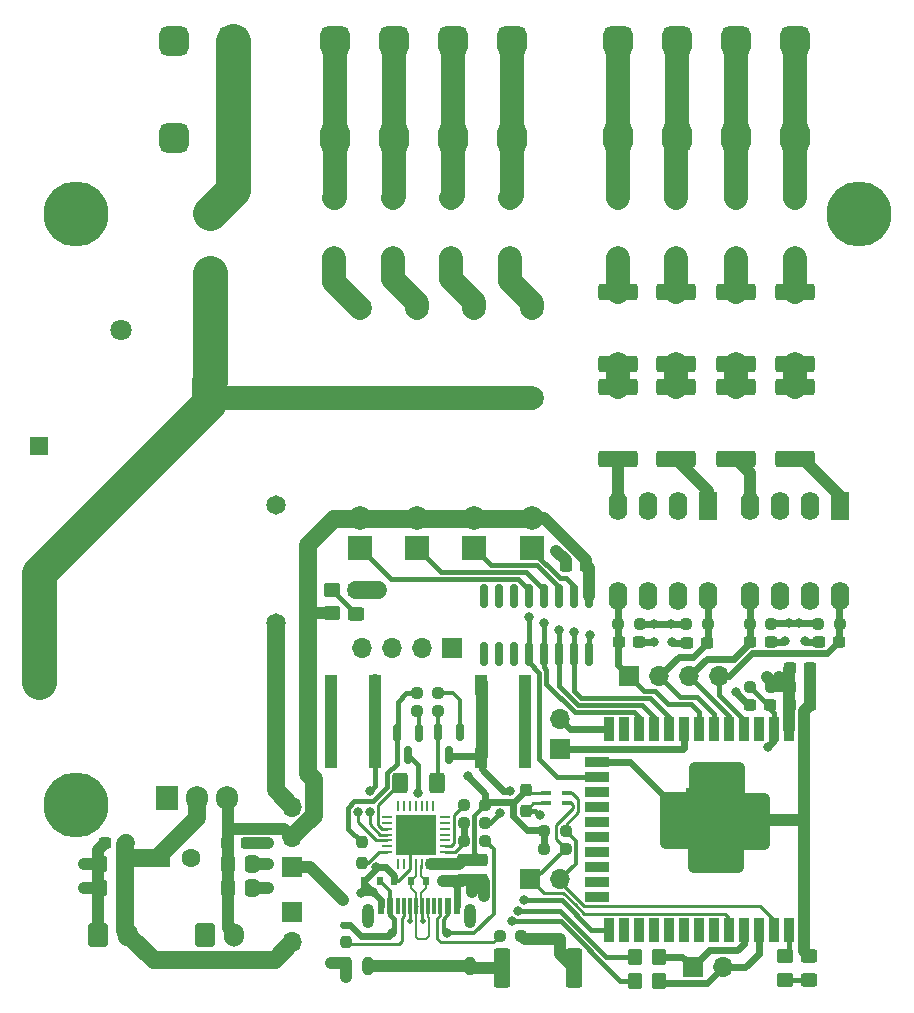
<source format=gtl>
G04 #@! TF.GenerationSoftware,KiCad,Pcbnew,(6.0.5)*
G04 #@! TF.CreationDate,2022-09-21T22:31:06+02:00*
G04 #@! TF.ProjectId,hamodule,68616d6f-6475-46c6-952e-6b696361645f,20220918.20*
G04 #@! TF.SameCoordinates,Original*
G04 #@! TF.FileFunction,Copper,L1,Top*
G04 #@! TF.FilePolarity,Positive*
%FSLAX46Y46*%
G04 Gerber Fmt 4.6, Leading zero omitted, Abs format (unit mm)*
G04 Created by KiCad (PCBNEW (6.0.5)) date 2022-09-21 22:31:06*
%MOMM*%
%LPD*%
G01*
G04 APERTURE LIST*
G04 Aperture macros list*
%AMRoundRect*
0 Rectangle with rounded corners*
0 $1 Rounding radius*
0 $2 $3 $4 $5 $6 $7 $8 $9 X,Y pos of 4 corners*
0 Add a 4 corners polygon primitive as box body*
4,1,4,$2,$3,$4,$5,$6,$7,$8,$9,$2,$3,0*
0 Add four circle primitives for the rounded corners*
1,1,$1+$1,$2,$3*
1,1,$1+$1,$4,$5*
1,1,$1+$1,$6,$7*
1,1,$1+$1,$8,$9*
0 Add four rect primitives between the rounded corners*
20,1,$1+$1,$2,$3,$4,$5,0*
20,1,$1+$1,$4,$5,$6,$7,0*
20,1,$1+$1,$6,$7,$8,$9,0*
20,1,$1+$1,$8,$9,$2,$3,0*%
G04 Aperture macros list end*
G04 #@! TA.AperFunction,ComponentPad*
%ADD10R,2.000000X2.000000*%
G04 #@! TD*
G04 #@! TA.AperFunction,ComponentPad*
%ADD11C,2.000000*%
G04 #@! TD*
G04 #@! TA.AperFunction,ComponentPad*
%ADD12R,1.700000X1.700000*%
G04 #@! TD*
G04 #@! TA.AperFunction,ComponentPad*
%ADD13O,1.700000X1.700000*%
G04 #@! TD*
G04 #@! TA.AperFunction,SMDPad,CuDef*
%ADD14RoundRect,0.249999X-1.425001X0.450001X-1.425001X-0.450001X1.425001X-0.450001X1.425001X0.450001X0*%
G04 #@! TD*
G04 #@! TA.AperFunction,ComponentPad*
%ADD15C,1.800000*%
G04 #@! TD*
G04 #@! TA.AperFunction,SMDPad,CuDef*
%ADD16RoundRect,0.250000X-0.450000X0.325000X-0.450000X-0.325000X0.450000X-0.325000X0.450000X0.325000X0*%
G04 #@! TD*
G04 #@! TA.AperFunction,SMDPad,CuDef*
%ADD17RoundRect,0.250000X-0.450000X0.350000X-0.450000X-0.350000X0.450000X-0.350000X0.450000X0.350000X0*%
G04 #@! TD*
G04 #@! TA.AperFunction,ComponentPad*
%ADD18RoundRect,0.250000X-0.600000X-0.750000X0.600000X-0.750000X0.600000X0.750000X-0.600000X0.750000X0*%
G04 #@! TD*
G04 #@! TA.AperFunction,ComponentPad*
%ADD19O,1.700000X2.000000*%
G04 #@! TD*
G04 #@! TA.AperFunction,SMDPad,CuDef*
%ADD20RoundRect,0.237500X0.300000X0.237500X-0.300000X0.237500X-0.300000X-0.237500X0.300000X-0.237500X0*%
G04 #@! TD*
G04 #@! TA.AperFunction,SMDPad,CuDef*
%ADD21RoundRect,0.250000X-0.337500X-0.475000X0.337500X-0.475000X0.337500X0.475000X-0.337500X0.475000X0*%
G04 #@! TD*
G04 #@! TA.AperFunction,ComponentPad*
%ADD22R,1.650000X1.650000*%
G04 #@! TD*
G04 #@! TA.AperFunction,ComponentPad*
%ADD23C,1.650000*%
G04 #@! TD*
G04 #@! TA.AperFunction,ComponentPad*
%ADD24R,1.905000X2.000000*%
G04 #@! TD*
G04 #@! TA.AperFunction,ComponentPad*
%ADD25O,1.905000X2.000000*%
G04 #@! TD*
G04 #@! TA.AperFunction,ComponentPad*
%ADD26RoundRect,0.625000X0.625000X0.625000X-0.625000X0.625000X-0.625000X-0.625000X0.625000X-0.625000X0*%
G04 #@! TD*
G04 #@! TA.AperFunction,ComponentPad*
%ADD27C,5.500000*%
G04 #@! TD*
G04 #@! TA.AperFunction,SMDPad,CuDef*
%ADD28RoundRect,0.150000X0.150000X-0.825000X0.150000X0.825000X-0.150000X0.825000X-0.150000X-0.825000X0*%
G04 #@! TD*
G04 #@! TA.AperFunction,ComponentPad*
%ADD29R,1.600000X2.400000*%
G04 #@! TD*
G04 #@! TA.AperFunction,ComponentPad*
%ADD30O,1.600000X2.400000*%
G04 #@! TD*
G04 #@! TA.AperFunction,SMDPad,CuDef*
%ADD31RoundRect,0.237500X-0.250000X-0.237500X0.250000X-0.237500X0.250000X0.237500X-0.250000X0.237500X0*%
G04 #@! TD*
G04 #@! TA.AperFunction,SMDPad,CuDef*
%ADD32RoundRect,0.237500X-0.300000X-0.237500X0.300000X-0.237500X0.300000X0.237500X-0.300000X0.237500X0*%
G04 #@! TD*
G04 #@! TA.AperFunction,SMDPad,CuDef*
%ADD33RoundRect,0.150000X-0.150000X0.587500X-0.150000X-0.587500X0.150000X-0.587500X0.150000X0.587500X0*%
G04 #@! TD*
G04 #@! TA.AperFunction,SMDPad,CuDef*
%ADD34RoundRect,0.237500X0.250000X0.237500X-0.250000X0.237500X-0.250000X-0.237500X0.250000X-0.237500X0*%
G04 #@! TD*
G04 #@! TA.AperFunction,SMDPad,CuDef*
%ADD35R,0.600000X0.700000*%
G04 #@! TD*
G04 #@! TA.AperFunction,SMDPad,CuDef*
%ADD36R,1.100000X1.800000*%
G04 #@! TD*
G04 #@! TA.AperFunction,SMDPad,CuDef*
%ADD37RoundRect,0.237500X-0.237500X0.300000X-0.237500X-0.300000X0.237500X-0.300000X0.237500X0.300000X0*%
G04 #@! TD*
G04 #@! TA.AperFunction,SMDPad,CuDef*
%ADD38RoundRect,0.237500X-0.237500X0.250000X-0.237500X-0.250000X0.237500X-0.250000X0.237500X0.250000X0*%
G04 #@! TD*
G04 #@! TA.AperFunction,SMDPad,CuDef*
%ADD39R,0.450000X0.600000*%
G04 #@! TD*
G04 #@! TA.AperFunction,SMDPad,CuDef*
%ADD40R,0.900000X2.000000*%
G04 #@! TD*
G04 #@! TA.AperFunction,SMDPad,CuDef*
%ADD41R,2.000000X0.900000*%
G04 #@! TD*
G04 #@! TA.AperFunction,SMDPad,CuDef*
%ADD42R,5.000000X5.000000*%
G04 #@! TD*
G04 #@! TA.AperFunction,SMDPad,CuDef*
%ADD43RoundRect,0.250000X0.400000X0.625000X-0.400000X0.625000X-0.400000X-0.625000X0.400000X-0.625000X0*%
G04 #@! TD*
G04 #@! TA.AperFunction,SMDPad,CuDef*
%ADD44RoundRect,0.250000X0.350000X0.450000X-0.350000X0.450000X-0.350000X-0.450000X0.350000X-0.450000X0*%
G04 #@! TD*
G04 #@! TA.AperFunction,SMDPad,CuDef*
%ADD45RoundRect,0.062500X0.062500X-0.337500X0.062500X0.337500X-0.062500X0.337500X-0.062500X-0.337500X0*%
G04 #@! TD*
G04 #@! TA.AperFunction,SMDPad,CuDef*
%ADD46RoundRect,0.062500X0.337500X-0.062500X0.337500X0.062500X-0.337500X0.062500X-0.337500X-0.062500X0*%
G04 #@! TD*
G04 #@! TA.AperFunction,SMDPad,CuDef*
%ADD47R,3.350000X3.350000*%
G04 #@! TD*
G04 #@! TA.AperFunction,SMDPad,CuDef*
%ADD48RoundRect,0.250000X0.337500X0.475000X-0.337500X0.475000X-0.337500X-0.475000X0.337500X-0.475000X0*%
G04 #@! TD*
G04 #@! TA.AperFunction,SMDPad,CuDef*
%ADD49R,0.600000X1.450000*%
G04 #@! TD*
G04 #@! TA.AperFunction,SMDPad,CuDef*
%ADD50R,0.300000X1.450000*%
G04 #@! TD*
G04 #@! TA.AperFunction,ComponentPad*
%ADD51O,1.000000X2.100000*%
G04 #@! TD*
G04 #@! TA.AperFunction,ComponentPad*
%ADD52O,1.000000X1.600000*%
G04 #@! TD*
G04 #@! TA.AperFunction,SMDPad,CuDef*
%ADD53RoundRect,0.249999X-0.450001X-1.425001X0.450001X-1.425001X0.450001X1.425001X-0.450001X1.425001X0*%
G04 #@! TD*
G04 #@! TA.AperFunction,SMDPad,CuDef*
%ADD54R,0.820000X0.304800*%
G04 #@! TD*
G04 #@! TA.AperFunction,SMDPad,CuDef*
%ADD55R,0.820000X0.308800*%
G04 #@! TD*
G04 #@! TA.AperFunction,ComponentPad*
%ADD56R,1.600000X1.600000*%
G04 #@! TD*
G04 #@! TA.AperFunction,ComponentPad*
%ADD57C,1.600000*%
G04 #@! TD*
G04 #@! TA.AperFunction,SMDPad,CuDef*
%ADD58RoundRect,0.250000X0.450000X-0.350000X0.450000X0.350000X-0.450000X0.350000X-0.450000X-0.350000X0*%
G04 #@! TD*
G04 #@! TA.AperFunction,ViaPad*
%ADD59C,0.800000*%
G04 #@! TD*
G04 #@! TA.AperFunction,ViaPad*
%ADD60C,0.500000*%
G04 #@! TD*
G04 #@! TA.AperFunction,Conductor*
%ADD61C,2.000000*%
G04 #@! TD*
G04 #@! TA.AperFunction,Conductor*
%ADD62C,1.000000*%
G04 #@! TD*
G04 #@! TA.AperFunction,Conductor*
%ADD63C,0.400000*%
G04 #@! TD*
G04 #@! TA.AperFunction,Conductor*
%ADD64C,3.000000*%
G04 #@! TD*
G04 #@! TA.AperFunction,Conductor*
%ADD65C,1.500000*%
G04 #@! TD*
G04 #@! TA.AperFunction,Conductor*
%ADD66C,0.600000*%
G04 #@! TD*
G04 #@! TA.AperFunction,Conductor*
%ADD67C,0.250000*%
G04 #@! TD*
G04 #@! TA.AperFunction,Conductor*
%ADD68C,0.350000*%
G04 #@! TD*
G04 #@! TA.AperFunction,Conductor*
%ADD69C,0.200000*%
G04 #@! TD*
G04 APERTURE END LIST*
D10*
X76581000Y-77470000D03*
D11*
X76581000Y-74930000D03*
X76581000Y-64770000D03*
X76581000Y-57150000D03*
D10*
X71628000Y-77470000D03*
D11*
X71628000Y-74930000D03*
X71628000Y-64770000D03*
X71628000Y-57150000D03*
D10*
X66802000Y-77470000D03*
D11*
X66802000Y-74930000D03*
X66802000Y-64770000D03*
X66802000Y-57150000D03*
D10*
X61976000Y-77470000D03*
D11*
X61976000Y-74930000D03*
X61976000Y-64770000D03*
X61976000Y-57150000D03*
D12*
X56261500Y-108343700D03*
D13*
X56261500Y-110883700D03*
D14*
X83820500Y-55791100D03*
X83820500Y-61891100D03*
X88773500Y-55791100D03*
X88773500Y-61891100D03*
D15*
X41703800Y-59011450D03*
X49203800Y-60644780D03*
D14*
X88773500Y-63842900D03*
X88773500Y-69942900D03*
X83820500Y-63842900D03*
X83820500Y-69942900D03*
D16*
X61659000Y-81008000D03*
X61659000Y-83058000D03*
D17*
X59576200Y-81026000D03*
X59576200Y-83026000D03*
D18*
X48832000Y-110219000D03*
D19*
X51332000Y-110219000D03*
D20*
X42137500Y-102489000D03*
X40412500Y-102489000D03*
D21*
X50778500Y-106299000D03*
X52853500Y-106299000D03*
D20*
X81126500Y-78994000D03*
X79401500Y-78994000D03*
D22*
X34839100Y-68805000D03*
D23*
X34839100Y-88805000D03*
X54839100Y-83805000D03*
X54839100Y-73805000D03*
D24*
X45657000Y-98679000D03*
D25*
X48197000Y-98679000D03*
X50737000Y-98679000D03*
D26*
X74849500Y-42758500D03*
X74849500Y-34558501D03*
X69849500Y-42758500D03*
X69849500Y-34558501D03*
X64849500Y-42758500D03*
X64849500Y-34558501D03*
X59849500Y-42758500D03*
X59849500Y-34558501D03*
X46203100Y-34582100D03*
X46203100Y-42782099D03*
X51203100Y-34582100D03*
X51203100Y-42782099D03*
X98809500Y-42718499D03*
X98809500Y-34518500D03*
X93809500Y-42718499D03*
X93809500Y-34518500D03*
X88809500Y-42718499D03*
X88809500Y-34518500D03*
X83809500Y-42718499D03*
X83809500Y-34518500D03*
D11*
X49249500Y-49088500D03*
X49239500Y-54168500D03*
D27*
X104267500Y-49212500D03*
X37973500Y-49212500D03*
D28*
X72454000Y-86484000D03*
X73724000Y-86484000D03*
X74994000Y-86484000D03*
X76264000Y-86484000D03*
X77534000Y-86484000D03*
X78804000Y-86484000D03*
X80074000Y-86484000D03*
X81344000Y-86484000D03*
X81344000Y-81534000D03*
X80074000Y-81534000D03*
X78804000Y-81534000D03*
X77534000Y-81534000D03*
X76264000Y-81534000D03*
X74994000Y-81534000D03*
X73724000Y-81534000D03*
X72454000Y-81534000D03*
D14*
X98831900Y-63842900D03*
X98831900Y-69942900D03*
X93802700Y-55791100D03*
X93802700Y-61891100D03*
X98831900Y-55791100D03*
X98831900Y-61891100D03*
D29*
X91454274Y-73923320D03*
D30*
X88914274Y-73923320D03*
X86374274Y-73923320D03*
X83834274Y-73923320D03*
X83834274Y-81543320D03*
X86374274Y-81543320D03*
X88914274Y-81543320D03*
X91454274Y-81543320D03*
D29*
X102630274Y-73923320D03*
D30*
X100090274Y-73923320D03*
X97550274Y-73923320D03*
X95010274Y-73923320D03*
X95010274Y-81543320D03*
X97550274Y-81543320D03*
X100090274Y-81543320D03*
X102630274Y-81543320D03*
D14*
X93802700Y-63842900D03*
X93802700Y-69942900D03*
D31*
X94959000Y-89217500D03*
X96784000Y-89217500D03*
D32*
X98362000Y-87677000D03*
X100087000Y-87677000D03*
D20*
X96721500Y-90741500D03*
X94996500Y-90741500D03*
D33*
X70449500Y-93103500D03*
X68549500Y-93103500D03*
X69499500Y-94978500D03*
D31*
X66774500Y-91318500D03*
X68599500Y-91318500D03*
D34*
X68599500Y-89788500D03*
X66774500Y-89788500D03*
D35*
X63686000Y-105705900D03*
X62286000Y-105705900D03*
D18*
X39835000Y-110219000D03*
D19*
X42335000Y-110219000D03*
D36*
X72255000Y-95302000D03*
X72255000Y-89102000D03*
X75955000Y-89102000D03*
X75955000Y-95302000D03*
X63253000Y-95302000D03*
X63253000Y-89102000D03*
X59553000Y-89102000D03*
X59553000Y-95302000D03*
D37*
X70677900Y-103883300D03*
X70677900Y-105608300D03*
D31*
X70768500Y-99215900D03*
X72593500Y-99215900D03*
D34*
X72593500Y-102263900D03*
X70768500Y-102263900D03*
D31*
X70768500Y-100739900D03*
X72593500Y-100739900D03*
D37*
X72277900Y-103889800D03*
X72277900Y-105614800D03*
D38*
X62109500Y-102358000D03*
X62109500Y-104183000D03*
D39*
X60579500Y-107319100D03*
X60579500Y-109419100D03*
D35*
X66286000Y-105705900D03*
X64886000Y-105705900D03*
X67596000Y-105705900D03*
X68996000Y-105705900D03*
D40*
X99568500Y-92791500D03*
X98298500Y-92791500D03*
X97028500Y-92791500D03*
X95758500Y-92791500D03*
X94488500Y-92791500D03*
X93218500Y-92791500D03*
X91948500Y-92791500D03*
X90678500Y-92791500D03*
X89408500Y-92791500D03*
X88138500Y-92791500D03*
X86868500Y-92791500D03*
X85598500Y-92791500D03*
X84328500Y-92791500D03*
X83058500Y-92791500D03*
D41*
X82058500Y-95576500D03*
X82058500Y-96846500D03*
X82058500Y-98116500D03*
X82058500Y-99386500D03*
X82058500Y-100656500D03*
X82058500Y-101926500D03*
X82058500Y-103196500D03*
X82058500Y-104466500D03*
X82058500Y-105736500D03*
X82058500Y-107006500D03*
D40*
X83058500Y-109791500D03*
X84328500Y-109791500D03*
X85598500Y-109791500D03*
X86868500Y-109791500D03*
X88138500Y-109791500D03*
X89408500Y-109791500D03*
X90678500Y-109791500D03*
X91948500Y-109791500D03*
X93218500Y-109791500D03*
X94488500Y-109791500D03*
X95758500Y-109791500D03*
X97028500Y-109791500D03*
X98298500Y-109791500D03*
X99568500Y-109791500D03*
D42*
X92068500Y-100291500D03*
D33*
X66989500Y-93113500D03*
X65089500Y-93113500D03*
X66039500Y-94988500D03*
D12*
X84783000Y-88341600D03*
D13*
X87323000Y-88341600D03*
X89863000Y-88341600D03*
X92403000Y-88341600D03*
D12*
X90145100Y-112966500D03*
D13*
X92685100Y-112966500D03*
D43*
X68482000Y-97380500D03*
X65382000Y-97380500D03*
D44*
X87281000Y-114109500D03*
X85281000Y-114109500D03*
X87281000Y-112077500D03*
X85281000Y-112077500D03*
D45*
X65186000Y-104195900D03*
X65686000Y-104195900D03*
X66186000Y-104195900D03*
X66686000Y-104195900D03*
X67186000Y-104195900D03*
X67686000Y-104195900D03*
X68186000Y-104195900D03*
D46*
X69136000Y-103245900D03*
X69136000Y-102745900D03*
X69136000Y-102245900D03*
X69136000Y-101745900D03*
X69136000Y-101245900D03*
X69136000Y-100745900D03*
X69136000Y-100245900D03*
D45*
X68186000Y-99295900D03*
X67686000Y-99295900D03*
X67186000Y-99295900D03*
X66686000Y-99295900D03*
X66186000Y-99295900D03*
X65686000Y-99295900D03*
X65186000Y-99295900D03*
D46*
X64236000Y-100245900D03*
X64236000Y-100745900D03*
X64236000Y-101245900D03*
X64236000Y-101745900D03*
X64236000Y-102245900D03*
X64236000Y-102745900D03*
X64236000Y-103245900D03*
D47*
X66686000Y-101745900D03*
D32*
X98351500Y-90741500D03*
X100076500Y-90741500D03*
D12*
X56261500Y-104470200D03*
D13*
X56261500Y-101930200D03*
X56261500Y-99390200D03*
D37*
X75999500Y-97991100D03*
X75999500Y-99716100D03*
D31*
X73799500Y-110318500D03*
X75624500Y-110318500D03*
X94987600Y-83896200D03*
X96812600Y-83896200D03*
D12*
X78880200Y-94462600D03*
D13*
X78880200Y-91922600D03*
D15*
X88773500Y-52895500D03*
X88773500Y-47815500D03*
D31*
X83860500Y-83896200D03*
X85685500Y-83896200D03*
D15*
X98831900Y-52895500D03*
X98831900Y-47815500D03*
D12*
X76403700Y-105524300D03*
D13*
X78943700Y-105524300D03*
D16*
X100013000Y-112022500D03*
X100013000Y-114072500D03*
D15*
X74690000Y-52959000D03*
X74690000Y-47879000D03*
D48*
X42058500Y-104267000D03*
X39983500Y-104267000D03*
D49*
X63726000Y-107760900D03*
X64526000Y-107760900D03*
D50*
X65726000Y-107760900D03*
X66726000Y-107760900D03*
X67226000Y-107760900D03*
X68226000Y-107760900D03*
D49*
X69426000Y-107760900D03*
X70226000Y-107760900D03*
X70226000Y-107760900D03*
X69426000Y-107760900D03*
D50*
X68726000Y-107760900D03*
X67726000Y-107760900D03*
X66226000Y-107760900D03*
X65226000Y-107760900D03*
D49*
X64526000Y-107760900D03*
X63726000Y-107760900D03*
D51*
X71296000Y-108675900D03*
D52*
X62656000Y-112855900D03*
D51*
X62656000Y-108675900D03*
D52*
X71296000Y-112855900D03*
D31*
X100778800Y-83896200D03*
X102603800Y-83896200D03*
D32*
X95034600Y-85420200D03*
X96759600Y-85420200D03*
X89652000Y-85521800D03*
X91377000Y-85521800D03*
X50699500Y-102489000D03*
X52424500Y-102489000D03*
D15*
X93802700Y-52895500D03*
X93802700Y-47815500D03*
D20*
X102550800Y-85420200D03*
X100825800Y-85420200D03*
D15*
X64770000Y-52959000D03*
X64770000Y-47879000D03*
D53*
X74029500Y-113048500D03*
X80129500Y-113048500D03*
D54*
X79463000Y-99066900D03*
D55*
X79463000Y-98256100D03*
X77743000Y-98256100D03*
D54*
X77743000Y-99066900D03*
D31*
X77572100Y-101409500D03*
X79397100Y-101409500D03*
D48*
X42058500Y-106299000D03*
X39983500Y-106299000D03*
D56*
X45149000Y-103759000D03*
D57*
X47649000Y-103759000D03*
D15*
X83795100Y-52895500D03*
X83795100Y-47815500D03*
D32*
X98362000Y-89217500D03*
X100087000Y-89217500D03*
D21*
X50778500Y-104267000D03*
X52853500Y-104267000D03*
D31*
X89600900Y-83947000D03*
X91425900Y-83947000D03*
X77572100Y-102933500D03*
X79397100Y-102933500D03*
D15*
X59817000Y-52959000D03*
X59817000Y-47879000D03*
D58*
X97981000Y-114047500D03*
X97981000Y-112047500D03*
D38*
X60789500Y-110818500D03*
X60789500Y-112643500D03*
D12*
X69787000Y-85979000D03*
D13*
X67247000Y-85979000D03*
X64707000Y-85979000D03*
X62167000Y-85979000D03*
D27*
X37973500Y-99212500D03*
D32*
X83909400Y-85420200D03*
X85634400Y-85420200D03*
D15*
X69690000Y-52959000D03*
X69690000Y-47879000D03*
D59*
X81423511Y-84883489D03*
X78613000Y-77724000D03*
X96457000Y-88392000D03*
X97434900Y-88392000D03*
X98374700Y-88392000D03*
X71088120Y-96819080D03*
X76264000Y-83312000D03*
X77534000Y-83820000D03*
X78804000Y-84455000D03*
X80074000Y-84582000D03*
X96539500Y-94328500D03*
X74663800Y-98018600D03*
D60*
X66206000Y-109029500D03*
X67310500Y-109029500D03*
D59*
X66893841Y-98219889D03*
X75895700Y-107302300D03*
X62788817Y-98094917D03*
X64686000Y-110105784D03*
X69303000Y-110105000D03*
X88875100Y-99656900D03*
X91110300Y-103517700D03*
X93040700Y-103517700D03*
X91262700Y-97116900D03*
X100063800Y-88392000D03*
X88329000Y-83947000D03*
X96203000Y-100571300D03*
X67819300Y-100661500D03*
X66629500Y-102908900D03*
X54229000Y-104267000D03*
X94103000Y-96075500D03*
X63059500Y-106648500D03*
X92203000Y-96075500D03*
X86906600Y-83896200D03*
X99149400Y-83845400D03*
X87884500Y-100545900D03*
X99632000Y-85344000D03*
X65489500Y-102908900D03*
X100087000Y-89916000D03*
X98285800Y-83845400D03*
X93790000Y-89662000D03*
X60809500Y-113808500D03*
X67809500Y-102978900D03*
X99559500Y-108148500D03*
X90221300Y-104457500D03*
X77203000Y-100105000D03*
X77915000Y-110617000D03*
X59553000Y-91112000D03*
X54229000Y-102489000D03*
X38608000Y-106299000D03*
X88430600Y-85420200D03*
X38608000Y-104267000D03*
X99568500Y-94449900D03*
X63487800Y-81026000D03*
X72441300Y-106921300D03*
X65499500Y-101804500D03*
X66625500Y-101779100D03*
X66625500Y-100661500D03*
X78931000Y-110617000D03*
X95303000Y-99631500D03*
X95303000Y-101505000D03*
X93193100Y-97116900D03*
X93980500Y-104457500D03*
X63315099Y-104513899D03*
X97981000Y-85344000D03*
X54229000Y-106299000D03*
X86906600Y-85420200D03*
X76899000Y-110617000D03*
X90303000Y-96075500D03*
X59553000Y-93017000D03*
X73803000Y-99905000D03*
X62027300Y-106667300D03*
X75883000Y-90932000D03*
X87884500Y-102425500D03*
X59529500Y-112638500D03*
X65507900Y-100686900D03*
X87884500Y-98666300D03*
X71476100Y-106616500D03*
X69724100Y-105705900D03*
X88875100Y-101536500D03*
X96203000Y-98705000D03*
X96203000Y-102505000D03*
X92100900Y-104457500D03*
X75969500Y-93395800D03*
X67793900Y-101753700D03*
X62786980Y-99818900D03*
X74879700Y-109105700D03*
X75362300Y-108216700D03*
X61769500Y-99810500D03*
D61*
X59817000Y-54991000D02*
X61976000Y-57150000D01*
X59817000Y-52959000D02*
X59817000Y-54991000D01*
X59849500Y-42758500D02*
X59849500Y-47846500D01*
X59849500Y-47846500D02*
X59817000Y-47879000D01*
X76581000Y-56769000D02*
X74690000Y-54878000D01*
X74690000Y-54878000D02*
X74690000Y-52959000D01*
X76581000Y-57150000D02*
X76581000Y-56769000D01*
X69690000Y-54707932D02*
X69690000Y-52959000D01*
X71628000Y-56645932D02*
X69690000Y-54707932D01*
X71628000Y-57150000D02*
X71628000Y-56645932D01*
X64770000Y-54737000D02*
X64770000Y-52959000D01*
X66802000Y-56769000D02*
X64770000Y-54737000D01*
X66802000Y-57150000D02*
X66802000Y-56769000D01*
X74849500Y-47719500D02*
X74690000Y-47879000D01*
X74849500Y-42758500D02*
X74849500Y-47719500D01*
X69849500Y-47719500D02*
X69690000Y-47879000D01*
X69849500Y-42758500D02*
X69849500Y-47719500D01*
X64849500Y-47799500D02*
X64770000Y-47879000D01*
X64849500Y-42758500D02*
X64849500Y-47799500D01*
D62*
X77515378Y-74930000D02*
X76581000Y-74930000D01*
X81126500Y-78541122D02*
X77515378Y-74930000D01*
X81126500Y-78994000D02*
X81126500Y-78541122D01*
X79401500Y-78512500D02*
X78613000Y-77724000D01*
X79401500Y-78994000D02*
X79401500Y-78512500D01*
D63*
X81344000Y-86484000D02*
X81344000Y-84963000D01*
X81344000Y-84963000D02*
X81423511Y-84883489D01*
D62*
X81344000Y-79211500D02*
X81126500Y-78994000D01*
X81344000Y-81534000D02*
X81344000Y-79211500D01*
D64*
X34839100Y-88805000D02*
X34839100Y-79575700D01*
X49203800Y-65211000D02*
X49203800Y-63363800D01*
D61*
X49644800Y-64770000D02*
X76581000Y-64770000D01*
D64*
X49203800Y-63363800D02*
X49239500Y-63328100D01*
X49239500Y-63328100D02*
X49239500Y-54168500D01*
X34839100Y-79575700D02*
X49203800Y-65211000D01*
D65*
X49203800Y-65211000D02*
X49644800Y-64770000D01*
D62*
X50778500Y-104267000D02*
X50778500Y-109665500D01*
D65*
X59754000Y-75057000D02*
X61976000Y-75057000D01*
D62*
X57881000Y-83026000D02*
X57595000Y-83312000D01*
D65*
X57595000Y-77216000D02*
X59754000Y-75057000D01*
D62*
X50778500Y-101240500D02*
X55571800Y-101240500D01*
X50778500Y-104267000D02*
X50778500Y-101240500D01*
X55571800Y-101240500D02*
X56261500Y-101930200D01*
D65*
X58061011Y-97062211D02*
X57595000Y-96596200D01*
X61976000Y-75057000D02*
X76581000Y-75057000D01*
D62*
X50778500Y-109665500D02*
X51332000Y-110219000D01*
D65*
X58061011Y-100135583D02*
X58061011Y-97062211D01*
X57349797Y-100846797D02*
X58061011Y-100135583D01*
X56261500Y-101930200D02*
X57344903Y-100846797D01*
D62*
X50778500Y-98720500D02*
X50737000Y-98679000D01*
D65*
X57595000Y-83312000D02*
X57595000Y-77216000D01*
D62*
X50778500Y-101240500D02*
X50778500Y-98720500D01*
X59576200Y-83026000D02*
X57881000Y-83026000D01*
D65*
X57595000Y-96596200D02*
X57595000Y-83312000D01*
X57344903Y-100846797D02*
X57349797Y-100846797D01*
D66*
X74896111Y-100192514D02*
X76074997Y-101371400D01*
X72593500Y-99215900D02*
X72593500Y-98324460D01*
D67*
X72277900Y-103889800D02*
X71706480Y-103318380D01*
D62*
X96784000Y-88719000D02*
X96457000Y-88392000D01*
D66*
X72593500Y-98324460D02*
X71088120Y-96819080D01*
D62*
X97473000Y-89154000D02*
X96847500Y-89154000D01*
X98362000Y-89154000D02*
X97473000Y-89154000D01*
D66*
X74896111Y-99005489D02*
X74896111Y-100192514D01*
D67*
X76264500Y-98256100D02*
X75999500Y-97991100D01*
D68*
X71630520Y-100141380D02*
X72556000Y-99215900D01*
D67*
X71706480Y-100065420D02*
X72556000Y-99215900D01*
X71706480Y-103318380D02*
X71706480Y-100065420D01*
D66*
X74896111Y-99005489D02*
X74985111Y-99005489D01*
D68*
X71450200Y-103889800D02*
X71630520Y-103709480D01*
D67*
X77539500Y-98256100D02*
X76264500Y-98256100D01*
D62*
X96784000Y-89217500D02*
X96784000Y-88719000D01*
X98298500Y-92791500D02*
X98298500Y-87693500D01*
X70365300Y-104195900D02*
X68010520Y-104195900D01*
D66*
X72803911Y-99005489D02*
X74896111Y-99005489D01*
D62*
X97473000Y-88430100D02*
X97434900Y-88392000D01*
D66*
X72593500Y-99215900D02*
X72803911Y-99005489D01*
D62*
X72277900Y-103889800D02*
X71450200Y-103889800D01*
D68*
X71630520Y-103709480D02*
X71630520Y-100141380D01*
D66*
X74985111Y-99005489D02*
X75999500Y-97991100D01*
D62*
X96847500Y-89154000D02*
X96784000Y-89217500D01*
X71450200Y-103889800D02*
X70684400Y-103889800D01*
D66*
X77572100Y-101409500D02*
X77572100Y-102933500D01*
X77534000Y-101371400D02*
X77572100Y-101409500D01*
D62*
X98298500Y-87693500D02*
X98362000Y-87630000D01*
X70677900Y-103883300D02*
X70365300Y-104195900D01*
X97473000Y-89154000D02*
X97473000Y-88430100D01*
D66*
X76074997Y-101371400D02*
X77534000Y-101371400D01*
D62*
X70684400Y-103889800D02*
X70677900Y-103883300D01*
D61*
X98809500Y-42718499D02*
X98809500Y-47793100D01*
X98809500Y-47793100D02*
X98831900Y-47815500D01*
X98809500Y-42718499D02*
X98809500Y-34518500D01*
X93809500Y-47808700D02*
X93802700Y-47815500D01*
X93809500Y-34518500D02*
X93809500Y-42718499D01*
X93809500Y-42718499D02*
X93809500Y-47808700D01*
X88809500Y-42718499D02*
X88809500Y-34518500D01*
X88773500Y-42754499D02*
X88809500Y-42718499D01*
X88773500Y-47815500D02*
X88773500Y-42754499D01*
X83809500Y-34518500D02*
X83809500Y-42718499D01*
X83809500Y-47801100D02*
X83795100Y-47815500D01*
X83809500Y-42718499D02*
X83809500Y-47801100D01*
D63*
X64643000Y-80137000D02*
X61976000Y-77470000D01*
X75349138Y-80137000D02*
X64643000Y-80137000D01*
X76264000Y-81051862D02*
X75349138Y-80137000D01*
X76264000Y-81534000D02*
X76264000Y-81051862D01*
X68869480Y-79537480D02*
X75410480Y-79537480D01*
X76019618Y-79537480D02*
X75410480Y-79537480D01*
X77534000Y-81534000D02*
X77534000Y-81051862D01*
X66802000Y-77470000D02*
X68869480Y-79537480D01*
X77534000Y-81051862D02*
X76019618Y-79537480D01*
X71628000Y-77470000D02*
X73095960Y-78937960D01*
X78804000Y-81534000D02*
X78804000Y-80813150D01*
X76928810Y-78937960D02*
X73095960Y-78937960D01*
X78804000Y-80813150D02*
X76928810Y-78937960D01*
X79439000Y-80051150D02*
X80074000Y-80686150D01*
X76581000Y-77470000D02*
X76581000Y-77742300D01*
X80074000Y-80686150D02*
X80074000Y-81407000D01*
X78889850Y-80051150D02*
X79439000Y-80051150D01*
X76581000Y-77742300D02*
X78889850Y-80051150D01*
X86964983Y-89591111D02*
X86032511Y-89591111D01*
D66*
X83834274Y-87392874D02*
X84783000Y-88341600D01*
D63*
X90030800Y-90678000D02*
X88051872Y-90678000D01*
X90716600Y-91363800D02*
X90030800Y-90678000D01*
X88051872Y-90678000D02*
X86964983Y-89591111D01*
X90678500Y-92791500D02*
X90716600Y-92753400D01*
D66*
X83834274Y-81543320D02*
X83834274Y-87392874D01*
D63*
X86032511Y-89591111D02*
X84783000Y-88341600D01*
X90716600Y-92753400D02*
X90716600Y-91363800D01*
D66*
X91377000Y-85521800D02*
X90208600Y-86690200D01*
X91454274Y-85444526D02*
X91377000Y-85521800D01*
X91454274Y-81543320D02*
X91454274Y-85444526D01*
X88974400Y-86690200D02*
X87323000Y-88341600D01*
X90208600Y-86690200D02*
X88974400Y-86690200D01*
D63*
X90523480Y-90078480D02*
X91948500Y-91503500D01*
X90523480Y-90078480D02*
X89059880Y-90078480D01*
X87323000Y-88341600D02*
X89059880Y-90078480D01*
X91948500Y-92791500D02*
X91948500Y-91503500D01*
X93240800Y-91719400D02*
X93256600Y-91719400D01*
D66*
X89863000Y-88341600D02*
X91362000Y-86842600D01*
D63*
X93256600Y-91719400D02*
X93256600Y-92753400D01*
D66*
X91362000Y-86842600D02*
X93612200Y-86842600D01*
X95034600Y-81567646D02*
X95010274Y-81543320D01*
X95034600Y-85420200D02*
X95034600Y-81567646D01*
D63*
X89863000Y-88341600D02*
X93240800Y-91719400D01*
X93256600Y-92753400D02*
X93218500Y-92791500D01*
D66*
X93612200Y-86842600D02*
X95034600Y-85420200D01*
X95190772Y-86394720D02*
X101525480Y-86394720D01*
X101525480Y-86394720D02*
X102550800Y-85369400D01*
X92403000Y-88341600D02*
X93243892Y-88341600D01*
D63*
X92901000Y-90438422D02*
X92901000Y-90424000D01*
X92901000Y-90424000D02*
X92403000Y-89926000D01*
X92403000Y-89926000D02*
X92403000Y-88341600D01*
D66*
X93243892Y-88341600D02*
X95190772Y-86394720D01*
D63*
X94488500Y-92791500D02*
X94488500Y-92025922D01*
X94488500Y-92025922D02*
X92901000Y-90438422D01*
D66*
X102550800Y-81622794D02*
X102630274Y-81543320D01*
X102550800Y-85369400D02*
X102550800Y-81622794D01*
D63*
X76264000Y-87161978D02*
X76264000Y-86484000D01*
X78622500Y-96846500D02*
X77153000Y-95377000D01*
X76264000Y-83312000D02*
X76264000Y-86484000D01*
X77153000Y-95377000D02*
X77153000Y-88392000D01*
X82058500Y-96846500D02*
X78622500Y-96846500D01*
X77153000Y-88392000D02*
X77153000Y-88050978D01*
X77153000Y-88050978D02*
X76264000Y-87161978D01*
X77534000Y-87584128D02*
X77534000Y-86357000D01*
X85598500Y-92791500D02*
X85598500Y-91812478D01*
X77752520Y-87802648D02*
X77534000Y-87584128D01*
X77752520Y-88991520D02*
X77752520Y-87802648D01*
X77534000Y-83820000D02*
X77534000Y-86484000D01*
X85598500Y-91812478D02*
X85178011Y-91391989D01*
X85178011Y-91391989D02*
X80152989Y-91391989D01*
X80152989Y-91391989D02*
X77752520Y-88991520D01*
X80401319Y-90792469D02*
X85848491Y-90792469D01*
X85848491Y-90792469D02*
X86868500Y-91812478D01*
X78804000Y-86357000D02*
X78804000Y-89195150D01*
X86868500Y-91812478D02*
X86868500Y-92791500D01*
X78804000Y-89195150D02*
X80401319Y-90792469D01*
X78804000Y-84455000D02*
X78804000Y-86484000D01*
X80649649Y-90192949D02*
X86518971Y-90192949D01*
X80074000Y-84582000D02*
X80074000Y-86357000D01*
X80074000Y-86357000D02*
X80074000Y-89617300D01*
X86518971Y-90192949D02*
X88138500Y-91812478D01*
X88138500Y-91812478D02*
X88138500Y-92791500D01*
X80074000Y-89617300D02*
X80649649Y-90192949D01*
D64*
X51203100Y-47134900D02*
X49249500Y-49088500D01*
X51203100Y-42782099D02*
X51203100Y-47134900D01*
X51203100Y-34582100D02*
X51203100Y-42782099D01*
D66*
X74125964Y-98018600D02*
X72269500Y-96162136D01*
X72269500Y-95105000D02*
X69626000Y-95105000D01*
D63*
X96721500Y-91133000D02*
X97028500Y-91440000D01*
D66*
X97028500Y-92791500D02*
X97028500Y-93749500D01*
X69626000Y-95105000D02*
X69499500Y-94978500D01*
D62*
X72269500Y-88905000D02*
X72269500Y-95105000D01*
D63*
X96520500Y-90741500D02*
X94996500Y-89217500D01*
D66*
X72269500Y-96162136D02*
X72269500Y-95105000D01*
D63*
X96721500Y-90741500D02*
X96721500Y-91133000D01*
X97028500Y-91440000D02*
X97028500Y-92791500D01*
D66*
X97028500Y-93749500D02*
X96486989Y-94291011D01*
X74663800Y-98018600D02*
X74125964Y-98018600D01*
D69*
X66286000Y-105655900D02*
X66716000Y-105225900D01*
X67843900Y-108803800D02*
X67726000Y-108685900D01*
X66716000Y-105225900D02*
X66716000Y-104318392D01*
X67843900Y-110364100D02*
X67843900Y-108803800D01*
X66286000Y-105705900D02*
X66286000Y-106230901D01*
X66726000Y-107760900D02*
X66726000Y-110428000D01*
X66726000Y-110428000D02*
X66903000Y-110605000D01*
X66903000Y-110605000D02*
X67603000Y-110605000D01*
D67*
X66726000Y-107760900D02*
X66766000Y-107800900D01*
D69*
X66716000Y-106660901D02*
X66716000Y-107828500D01*
X67726000Y-108685900D02*
X67726000Y-107760900D01*
X67603000Y-110605000D02*
X67843900Y-110364100D01*
X66286000Y-105705900D02*
X66286000Y-105655900D01*
X66286000Y-106230901D02*
X66716000Y-106660901D01*
X67596000Y-105655900D02*
X67166000Y-105225900D01*
D67*
X67310500Y-109029500D02*
X67226000Y-108945000D01*
D69*
X67596000Y-105705900D02*
X67596000Y-105655900D01*
D67*
X66206000Y-109029500D02*
X66206000Y-107780900D01*
D69*
X67596000Y-106230901D02*
X67166000Y-106660901D01*
D67*
X67226000Y-108945000D02*
X67226000Y-107760900D01*
D69*
X67596000Y-105705900D02*
X67596000Y-106230901D01*
X67166000Y-106660901D02*
X67166000Y-107828500D01*
X67166000Y-105225900D02*
X67166000Y-104318392D01*
D67*
X66206000Y-107780900D02*
X66226000Y-107760900D01*
D68*
X68599500Y-93053500D02*
X68549500Y-93103500D01*
X68599500Y-91318500D02*
X68599500Y-93053500D01*
X68549500Y-97313000D02*
X68482000Y-97380500D01*
X68549500Y-93103500D02*
X68549500Y-97313000D01*
D62*
X63259500Y-88638500D02*
X63259500Y-94838500D01*
D63*
X66893841Y-98219889D02*
X66893841Y-95842841D01*
X75946500Y-107276900D02*
X79039398Y-107276900D01*
X62788817Y-98094917D02*
X63253000Y-97630734D01*
X81553998Y-109791500D02*
X83058500Y-109791500D01*
X79039398Y-107276900D02*
X81553998Y-109791500D01*
X63253000Y-97630734D02*
X63253000Y-95105000D01*
X66893841Y-95842841D02*
X66039500Y-94988500D01*
X65169500Y-93033500D02*
X65089500Y-93113500D01*
X65169500Y-91138500D02*
X65169500Y-93033500D01*
X65169500Y-90488500D02*
X65869500Y-89788500D01*
X65089500Y-93113500D02*
X65089500Y-95729441D01*
X65089500Y-95729441D02*
X64300600Y-96518341D01*
X60969989Y-99459011D02*
X60969989Y-101255989D01*
X63081400Y-98933000D02*
X61496000Y-98933000D01*
X65869500Y-89788500D02*
X66774500Y-89788500D01*
X64300600Y-96518341D02*
X64300600Y-97713800D01*
X65169500Y-91138500D02*
X65169500Y-90488500D01*
X60969989Y-101255989D02*
X62109500Y-102395500D01*
X61496000Y-98933000D02*
X60969989Y-99459011D01*
X64300600Y-97713800D02*
X63081400Y-98933000D01*
D66*
X94488500Y-109791500D02*
X94488500Y-110970522D01*
X93914922Y-111544100D02*
X91567500Y-111544100D01*
X91567500Y-111544100D02*
X90145100Y-112966500D01*
X90145100Y-112966500D02*
X89256100Y-112077500D01*
X89256100Y-112077500D02*
X87281000Y-112077500D01*
X94488500Y-110970522D02*
X93914922Y-111544100D01*
X91335589Y-114316011D02*
X92685100Y-112966500D01*
X92685100Y-112966500D02*
X94615500Y-112966500D01*
X87281000Y-114109500D02*
X87487511Y-114316011D01*
X87487511Y-114316011D02*
X91335589Y-114316011D01*
X94615500Y-112966500D02*
X95758500Y-111823500D01*
X95758500Y-111823500D02*
X95758500Y-109791500D01*
D68*
X73315820Y-102986220D02*
X72593500Y-102263900D01*
X73315820Y-108442838D02*
X73315820Y-102986220D01*
D63*
X64860521Y-108885082D02*
X64860521Y-109931263D01*
X64526000Y-108550561D02*
X64860521Y-108885082D01*
D66*
X64686000Y-110105784D02*
X64433284Y-110358500D01*
D68*
X64835521Y-110076631D02*
X64806368Y-110105784D01*
X69186008Y-108872321D02*
X69116479Y-108941850D01*
X64526000Y-106545900D02*
X63686000Y-105705900D01*
X69303000Y-110105000D02*
X71653658Y-110105000D01*
X69303000Y-110105000D02*
X69116479Y-109918479D01*
D66*
X62059100Y-110356700D02*
X61121500Y-109419100D01*
D68*
X71653658Y-110105000D02*
X73315820Y-108442838D01*
X69426000Y-107760900D02*
X69426000Y-108585916D01*
D63*
X64860521Y-109931263D02*
X64686000Y-110105784D01*
D68*
X69116479Y-109918479D02*
X69116479Y-108941850D01*
X69426000Y-108585916D02*
X69186008Y-108825908D01*
D66*
X62059100Y-110358500D02*
X62059100Y-110356700D01*
D68*
X69186008Y-108825908D02*
X69186008Y-108872321D01*
D66*
X61121500Y-109419100D02*
X60579500Y-109419100D01*
X64433284Y-110358500D02*
X62059100Y-110358500D01*
D63*
X64526000Y-107760900D02*
X64526000Y-108550561D01*
D68*
X64526000Y-107760900D02*
X64526000Y-106545900D01*
D62*
X76899000Y-110617000D02*
X77831489Y-110617000D01*
X52424500Y-102489000D02*
X54229000Y-102489000D01*
X87884500Y-99631500D02*
X88849700Y-99631500D01*
X60789500Y-112643500D02*
X60789500Y-113788500D01*
X99568500Y-94449900D02*
X99568500Y-95491300D01*
X72441300Y-105778200D02*
X72277900Y-105614800D01*
D66*
X99708200Y-85420200D02*
X99632000Y-85344000D01*
X97904800Y-85420200D02*
X97981000Y-85344000D01*
X93790000Y-89662000D02*
X94869500Y-90741500D01*
D62*
X100087000Y-89217500D02*
X100087000Y-88034200D01*
X92100900Y-104457500D02*
X92100900Y-103543100D01*
X91186500Y-104457500D02*
X91186500Y-103593900D01*
X99559500Y-100548500D02*
X99559500Y-95500300D01*
X95301300Y-100545900D02*
X95275900Y-100571300D01*
X87884500Y-98666300D02*
X87884500Y-102425500D01*
X78931000Y-110617000D02*
X78931000Y-111850000D01*
X93980500Y-104457500D02*
X93980500Y-103517700D01*
X99568500Y-109791500D02*
X99568500Y-108157500D01*
X99568500Y-108212478D02*
X99568500Y-108775500D01*
D66*
X63315099Y-104676801D02*
X62286000Y-105705900D01*
D62*
X89934500Y-102425500D02*
X92068500Y-100291500D01*
X99559500Y-108148500D02*
X99559500Y-104548500D01*
D67*
X66186000Y-103352400D02*
X66629500Y-102908900D01*
D62*
X100076500Y-89877900D02*
X100087000Y-89867400D01*
X95275900Y-101536500D02*
X93313500Y-101536500D01*
D66*
X63315099Y-104513899D02*
X64143021Y-104513899D01*
D62*
X93066100Y-96075500D02*
X93066100Y-96989900D01*
D66*
X96863400Y-83845400D02*
X96812600Y-83896200D01*
D62*
X93040700Y-101263700D02*
X92068500Y-100291500D01*
D63*
X72593500Y-100739900D02*
X72968100Y-100739900D01*
D62*
X96203000Y-98705000D02*
X96203000Y-98731500D01*
X96203000Y-102505000D02*
X94282000Y-102505000D01*
D66*
X85685500Y-83896200D02*
X89550100Y-83896200D01*
D62*
X70684400Y-105614800D02*
X70677900Y-105608300D01*
D63*
X72968100Y-100739900D02*
X73803000Y-99905000D01*
D62*
X91186500Y-96075500D02*
X91186500Y-97040700D01*
X88875100Y-101536500D02*
X90823500Y-101536500D01*
D66*
X88532200Y-85521800D02*
X88430600Y-85420200D01*
X64886000Y-105256878D02*
X64886000Y-105705900D01*
D62*
X93313500Y-101536500D02*
X92068500Y-100291500D01*
X69724100Y-105705900D02*
X70580300Y-105705900D01*
X90221300Y-102138700D02*
X92068500Y-100291500D01*
X100087000Y-89217500D02*
X100087000Y-89867400D01*
D67*
X66186000Y-104684389D02*
X65164489Y-105705900D01*
D62*
X96266500Y-100545900D02*
X99556900Y-100545900D01*
X94103000Y-96075500D02*
X94103000Y-96207000D01*
X72441300Y-106921300D02*
X72441300Y-105778200D01*
D63*
X76814100Y-99716100D02*
X77203000Y-100105000D01*
D62*
X95303000Y-99631500D02*
X95303000Y-101505000D01*
X94103000Y-96207000D02*
X93193100Y-97116900D01*
D67*
X75999500Y-99716100D02*
X76648700Y-99066900D01*
D62*
X59553000Y-91112000D02*
X59553000Y-93017000D01*
X60789500Y-112643500D02*
X59534500Y-112643500D01*
X91186500Y-97040700D02*
X91262700Y-97116900D01*
X68996000Y-105705900D02*
X69724100Y-105705900D01*
X99568500Y-111578000D02*
X100013000Y-112022500D01*
X88849700Y-100545900D02*
X88875100Y-100571300D01*
X99568500Y-109791500D02*
X99568500Y-111578000D01*
X90303000Y-96075500D02*
X90303000Y-98526000D01*
D66*
X63726000Y-107760900D02*
X63726000Y-107315000D01*
D63*
X75999500Y-99716100D02*
X76814100Y-99716100D01*
D62*
X75969500Y-95105000D02*
X75969500Y-93228300D01*
X88875100Y-98691700D02*
X90468700Y-98691700D01*
D66*
X82058500Y-95576500D02*
X84794700Y-95576500D01*
D67*
X65164489Y-105705900D02*
X64886000Y-105705900D01*
D66*
X89550100Y-83896200D02*
X89600900Y-83947000D01*
D62*
X88849700Y-98666300D02*
X88875100Y-98691700D01*
D66*
X62027300Y-106667300D02*
X62286000Y-106408600D01*
D62*
X92100900Y-103543100D02*
X92075500Y-103517700D01*
X76899000Y-110617000D02*
X75923000Y-110617000D01*
X87884500Y-102425500D02*
X89934500Y-102425500D01*
X99568500Y-92791500D02*
X99568500Y-94449900D01*
D65*
X61659000Y-81008000D02*
X63469800Y-81008000D01*
D62*
X92075500Y-103517700D02*
X92075500Y-100298500D01*
D65*
X63469800Y-81008000D02*
X63487800Y-81026000D01*
D62*
X87884500Y-101511100D02*
X88849700Y-101511100D01*
D66*
X63059500Y-106648500D02*
X62046100Y-106648500D01*
D62*
X96266500Y-100545900D02*
X95301300Y-100545900D01*
X87884500Y-98666300D02*
X88849700Y-98666300D01*
X99568500Y-108157500D02*
X99559500Y-108148500D01*
X52853500Y-104267000D02*
X54229000Y-104267000D01*
X75923000Y-110617000D02*
X75624500Y-110318500D01*
X91433900Y-99656900D02*
X92068500Y-100291500D01*
X90221300Y-104457500D02*
X93980500Y-104457500D01*
X94282000Y-102505000D02*
X92068500Y-100291500D01*
X88849700Y-99631500D02*
X88875100Y-99656900D01*
D66*
X70226000Y-106207800D02*
X70226000Y-107760900D01*
D62*
X99568500Y-91249500D02*
X100076500Y-90741500D01*
X90303000Y-98526000D02*
X92068500Y-100291500D01*
X60789500Y-113788500D02*
X60809500Y-113808500D01*
X59534500Y-112643500D02*
X59529500Y-112638500D01*
X93040700Y-103517700D02*
X93040700Y-101263700D01*
X88849700Y-101511100D02*
X88875100Y-101536500D01*
X95275900Y-100571300D02*
X92348300Y-100571300D01*
X91262700Y-99485700D02*
X92068500Y-100291500D01*
X52853500Y-106299000D02*
X54229000Y-106299000D01*
X90303000Y-96075500D02*
X94103000Y-96075500D01*
D66*
X85634400Y-85420200D02*
X86906600Y-85420200D01*
D62*
X93066100Y-103543100D02*
X93040700Y-103517700D01*
X92100900Y-96075500D02*
X92100900Y-96989900D01*
D66*
X63315099Y-104513899D02*
X63315099Y-104676801D01*
D62*
X39835000Y-103066500D02*
X40412500Y-102489000D01*
X92075500Y-100298500D02*
X92068500Y-100291500D01*
X70580300Y-105705900D02*
X70677900Y-105608300D01*
X93193100Y-97116900D02*
X93193100Y-99166900D01*
X92348300Y-100571300D02*
X92068500Y-100291500D01*
X99559500Y-104548500D02*
X99559500Y-100548500D01*
D67*
X66186000Y-104195900D02*
X66186000Y-104684389D01*
D62*
X59553000Y-89102000D02*
X59553000Y-91112000D01*
X95303000Y-101505000D02*
X95303000Y-101605000D01*
X92728500Y-99631500D02*
X92068500Y-100291500D01*
X95303000Y-101605000D02*
X96203000Y-102505000D01*
X93655000Y-98705000D02*
X92068500Y-100291500D01*
X100076500Y-90741500D02*
X100076500Y-89877900D01*
X90823500Y-101536500D02*
X92068500Y-100291500D01*
X59553000Y-95302000D02*
X59553000Y-93017000D01*
X99559500Y-95500300D02*
X99568500Y-95491300D01*
X91110300Y-103517700D02*
X91110300Y-101249700D01*
D66*
X62286000Y-105705900D02*
X62286000Y-105875000D01*
D62*
X87884500Y-100545900D02*
X88849700Y-100545900D01*
X92100900Y-96989900D02*
X92227900Y-97116900D01*
X92227900Y-97116900D02*
X92227900Y-100132100D01*
X96203000Y-98705000D02*
X96203000Y-102505000D01*
X71476100Y-105676700D02*
X71414200Y-105614800D01*
X94103000Y-98257000D02*
X92068500Y-100291500D01*
X90468700Y-98691700D02*
X92068500Y-100291500D01*
X39835000Y-110219000D02*
X39835000Y-103066500D01*
X92227900Y-100132100D02*
X92068500Y-100291500D01*
X91110300Y-101249700D02*
X92068500Y-100291500D01*
X96203000Y-98731500D02*
X95303000Y-99631500D01*
D66*
X100778800Y-83845400D02*
X96863400Y-83845400D01*
D62*
X100087000Y-88034200D02*
X100063800Y-88011000D01*
D66*
X64143021Y-104513899D02*
X64886000Y-105256878D01*
D62*
X93066100Y-96989900D02*
X93193100Y-97116900D01*
D66*
X63726000Y-107315000D02*
X63059500Y-106648500D01*
D62*
X95301300Y-101511100D02*
X95275900Y-101536500D01*
X39983500Y-106299000D02*
X38608000Y-106299000D01*
D67*
X76648700Y-99066900D02*
X77539500Y-99066900D01*
D62*
X91788700Y-100571300D02*
X92068500Y-100291500D01*
X71414200Y-105614800D02*
X70684400Y-105614800D01*
X72277900Y-105614800D02*
X71414200Y-105614800D01*
X91186500Y-103593900D02*
X91110300Y-103517700D01*
D66*
X89652000Y-85521800D02*
X88532200Y-85521800D01*
D62*
X90221300Y-104457500D02*
X90221300Y-102138700D01*
X93980500Y-102203500D02*
X92068500Y-100291500D01*
D66*
X100825800Y-85420200D02*
X99708200Y-85420200D01*
D62*
X78931000Y-111850000D02*
X80129500Y-113048500D01*
X91262700Y-97116900D02*
X91262700Y-99485700D01*
X93066100Y-104457500D02*
X93066100Y-103543100D01*
X99556900Y-100545900D02*
X99559500Y-100548500D01*
X94103000Y-96075500D02*
X94103000Y-98257000D01*
X95303000Y-99631500D02*
X92728500Y-99631500D01*
D66*
X94869500Y-90741500D02*
X94996500Y-90741500D01*
D62*
X93980500Y-103517700D02*
X93980500Y-102203500D01*
D66*
X69724100Y-105705900D02*
X70226000Y-106207800D01*
D62*
X75969500Y-93228300D02*
X75969500Y-90383500D01*
D66*
X62286000Y-106408600D02*
X62286000Y-105875000D01*
D67*
X66186000Y-104195900D02*
X66186000Y-103352400D01*
D62*
X88875100Y-100571300D02*
X91788700Y-100571300D01*
X93193100Y-99166900D02*
X92068500Y-100291500D01*
D66*
X62046100Y-106648500D02*
X62027300Y-106667300D01*
X96759600Y-85420200D02*
X97904800Y-85420200D01*
D62*
X88875100Y-99656900D02*
X91433900Y-99656900D01*
X99568500Y-92791500D02*
X99568500Y-91249500D01*
X77915000Y-110617000D02*
X78931000Y-110617000D01*
X96203000Y-98705000D02*
X93655000Y-98705000D01*
X75969500Y-88905000D02*
X75969500Y-90383500D01*
X71476100Y-106616500D02*
X71476100Y-105676700D01*
D66*
X84794700Y-95576500D02*
X87884500Y-98666300D01*
D62*
X39983500Y-104267000D02*
X38608000Y-104267000D01*
D66*
X62286000Y-105875000D02*
X63059500Y-106648500D01*
D68*
X69888100Y-89788500D02*
X68599500Y-89788500D01*
X70449500Y-90349900D02*
X69888100Y-89788500D01*
X70449500Y-93103500D02*
X70449500Y-90349900D01*
X66989500Y-91533500D02*
X66774500Y-91318500D01*
X66989500Y-93113500D02*
X66989500Y-91533500D01*
D67*
X64223400Y-101258500D02*
X63801272Y-101258500D01*
X64236000Y-101245900D02*
X64223400Y-101258500D01*
X63511491Y-99251009D02*
X63511491Y-100968719D01*
X65382000Y-97380500D02*
X63511491Y-99251009D01*
X63511491Y-100968719D02*
X63801272Y-101258500D01*
X64236000Y-103245900D02*
X63558500Y-103245900D01*
X62109500Y-104145500D02*
X62658900Y-104145500D01*
X62658900Y-104145500D02*
X63558500Y-103245900D01*
D62*
X91454274Y-72623674D02*
X88773500Y-69942900D01*
X91454274Y-73923320D02*
X91454274Y-72623674D01*
D63*
X97981000Y-114047500D02*
X99988000Y-114047500D01*
X99988000Y-114047500D02*
X100013000Y-114072500D01*
D61*
X69849500Y-34558501D02*
X69849500Y-42758500D01*
X64849500Y-34558501D02*
X64849500Y-42758500D01*
X59849500Y-34558501D02*
X59849500Y-42758500D01*
X88773500Y-52895500D02*
X88773500Y-55791100D01*
X93802700Y-61891100D02*
X93802700Y-63842900D01*
D62*
X95010274Y-71150474D02*
X93802700Y-69942900D01*
X95010274Y-73923320D02*
X95010274Y-71150474D01*
D63*
X83984060Y-114109500D02*
X78980260Y-109105700D01*
X78980260Y-109105700D02*
X74879700Y-109105700D01*
D67*
X64236000Y-101745900D02*
X63652954Y-101745900D01*
X63652954Y-101745900D02*
X62786980Y-100879926D01*
D63*
X85281000Y-114109500D02*
X83984060Y-114109500D01*
D67*
X62786980Y-100879926D02*
X62786980Y-99818900D01*
D68*
X79397100Y-102933500D02*
X76806300Y-105524300D01*
D67*
X80971271Y-108466989D02*
X92859189Y-108466989D01*
X79203093Y-106698811D02*
X77578211Y-106698811D01*
X80234080Y-107729798D02*
X79203093Y-106698811D01*
X78585080Y-100939204D02*
X78585080Y-102121480D01*
D68*
X76806300Y-105524300D02*
X76403700Y-105524300D01*
D67*
X78585080Y-102121480D02*
X79397100Y-102933500D01*
X92859189Y-108466989D02*
X93218500Y-108826300D01*
X79864900Y-99066900D02*
X79463000Y-99066900D01*
X80003000Y-99521284D02*
X80003000Y-99205000D01*
X78585080Y-100939204D02*
X80003000Y-99521284D01*
X93218500Y-108826300D02*
X93218500Y-109791500D01*
X77578211Y-106698811D02*
X76403700Y-105524300D01*
X80234080Y-107729798D02*
X80971271Y-108466989D01*
X80003000Y-99205000D02*
X79864900Y-99066900D01*
X79397100Y-101409500D02*
X79524100Y-101409500D01*
X78943700Y-105524300D02*
X78943700Y-105803700D01*
X97028500Y-109791500D02*
X97028500Y-108962478D01*
X80209120Y-104258880D02*
X78943700Y-105524300D01*
X79397100Y-100910900D02*
X80452520Y-99855480D01*
X79496100Y-101381500D02*
X79524100Y-101409500D01*
D68*
X80259120Y-102271520D02*
X80259120Y-104208880D01*
D67*
X80209120Y-102221520D02*
X80209120Y-104258880D01*
X80452520Y-99855480D02*
X80452520Y-98754520D01*
X79954100Y-98256100D02*
X79463000Y-98256100D01*
X80452520Y-98754520D02*
X79954100Y-98256100D01*
X79397100Y-101409500D02*
X79397100Y-100910900D01*
X79397100Y-101409500D02*
X80209120Y-102221520D01*
D68*
X80259120Y-104208880D02*
X78943700Y-105524300D01*
X79397100Y-101409500D02*
X80259120Y-102271520D01*
D67*
X78943700Y-105803700D02*
X80921011Y-107781011D01*
X95847033Y-107781011D02*
X80921011Y-107781011D01*
X97028500Y-108962478D02*
X95847033Y-107781011D01*
D61*
X93802700Y-52895500D02*
X93802700Y-55791100D01*
X98831900Y-52895500D02*
X98831900Y-55791100D01*
X98831900Y-61891100D02*
X98831900Y-63842900D01*
D62*
X102630274Y-73094151D02*
X99479023Y-69942900D01*
X102630274Y-73923320D02*
X102630274Y-73094151D01*
X99479023Y-69942900D02*
X98831900Y-69942900D01*
D63*
X59576200Y-81026000D02*
X59627000Y-81026000D01*
X59627000Y-81026000D02*
X61659000Y-83058000D01*
D61*
X88773500Y-61891100D02*
X88773500Y-63842900D01*
D62*
X56261500Y-104470200D02*
X57730600Y-104470200D01*
X57730600Y-104470200D02*
X60579500Y-107319100D01*
D63*
X98298500Y-111730000D02*
X97981000Y-112047500D01*
X98298500Y-109791500D02*
X98298500Y-111730000D01*
D67*
X69982984Y-103245900D02*
X70768500Y-102460384D01*
X69136000Y-103245900D02*
X69982984Y-103245900D01*
D66*
X70768500Y-100739900D02*
X70768500Y-102263900D01*
D67*
X70768500Y-102460384D02*
X70768500Y-102263900D01*
X69662500Y-102745900D02*
X69956480Y-102451920D01*
X69956480Y-102451920D02*
X69956480Y-100065420D01*
X69136000Y-102745900D02*
X69662500Y-102745900D01*
X69956480Y-100065420D02*
X70806000Y-99215900D01*
D63*
X82808500Y-112077500D02*
X78947700Y-108216700D01*
X78947700Y-108216700D02*
X75362300Y-108216700D01*
D67*
X63354900Y-102245900D02*
X64236000Y-102245900D01*
X61769500Y-100660500D02*
X63354900Y-102245900D01*
X61769500Y-99810500D02*
X61769500Y-100660500D01*
D63*
X85281000Y-112077500D02*
X82808500Y-112077500D01*
D61*
X83820500Y-61891100D02*
X83820500Y-63842900D01*
D62*
X83820500Y-73909546D02*
X83834274Y-73923320D01*
X83820500Y-69942900D02*
X83820500Y-73909546D01*
D66*
X89408500Y-92791500D02*
X89408500Y-94391500D01*
X89408500Y-94391500D02*
X89337400Y-94462600D01*
X89337400Y-94462600D02*
X78880200Y-94462600D01*
X83058500Y-92791500D02*
X79749100Y-92791500D01*
X79749100Y-92791500D02*
X78880200Y-91922600D01*
D65*
X54839100Y-97967800D02*
X56261500Y-99390200D01*
X54839100Y-83805000D02*
X54839100Y-97967800D01*
D61*
X74849500Y-34558501D02*
X74849500Y-42758500D01*
X83795100Y-55765700D02*
X83820500Y-55791100D01*
X83795100Y-52895500D02*
X83795100Y-55765700D01*
D67*
X65726000Y-108616911D02*
X65511500Y-108831411D01*
X65726000Y-107760900D02*
X65726000Y-108616911D01*
X65269500Y-111028500D02*
X60999500Y-111028500D01*
X60999500Y-111028500D02*
X60789500Y-110818500D01*
X65511500Y-110786500D02*
X65269500Y-111028500D01*
X65511500Y-108831411D02*
X65511500Y-110786500D01*
X68726000Y-108625901D02*
X68521489Y-108830412D01*
X68726000Y-107760900D02*
X68726000Y-108625901D01*
X68803120Y-110873020D02*
X73244980Y-110873020D01*
X68521489Y-108830412D02*
X68521489Y-110591389D01*
X73244980Y-110873020D02*
X73799500Y-110318500D01*
X68521489Y-110591389D02*
X68803120Y-110873020D01*
D62*
X71488600Y-113048500D02*
X71296000Y-112855900D01*
X62656000Y-112855900D02*
X71296000Y-112855900D01*
X74029500Y-113048500D02*
X71488600Y-113048500D01*
D65*
X42058500Y-104267000D02*
X42058500Y-102568000D01*
X42058500Y-104267000D02*
X42058500Y-109942500D01*
X42566500Y-103759000D02*
X42058500Y-104267000D01*
X44514000Y-112395000D02*
X54750200Y-112395000D01*
X45149000Y-103759000D02*
X42566500Y-103759000D01*
X48197000Y-100330000D02*
X48197000Y-98679000D01*
X54750200Y-112395000D02*
X56261500Y-110883700D01*
X42335000Y-110219000D02*
X42338000Y-110219000D01*
X42338000Y-110219000D02*
X44514000Y-112395000D01*
X45149000Y-103378000D02*
X48197000Y-100330000D01*
X45149000Y-103759000D02*
X45149000Y-103378000D01*
X42058500Y-109942500D02*
X42335000Y-110219000D01*
X42058500Y-102568000D02*
X42137500Y-102489000D01*
M02*

</source>
